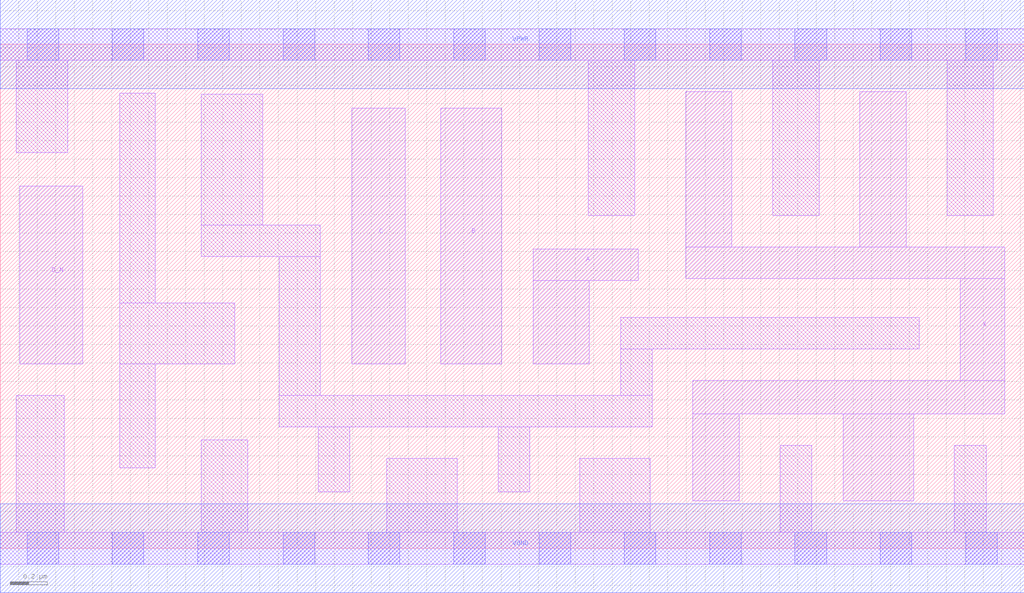
<source format=lef>
# Copyright 2020 The SkyWater PDK Authors
#
# Licensed under the Apache License, Version 2.0 (the "License");
# you may not use this file except in compliance with the License.
# You may obtain a copy of the License at
#
#     https://www.apache.org/licenses/LICENSE-2.0
#
# Unless required by applicable law or agreed to in writing, software
# distributed under the License is distributed on an "AS IS" BASIS,
# WITHOUT WARRANTIES OR CONDITIONS OF ANY KIND, either express or implied.
# See the License for the specific language governing permissions and
# limitations under the License.
#
# SPDX-License-Identifier: Apache-2.0

VERSION 5.7 ;
  NAMESCASESENSITIVE ON ;
  NOWIREEXTENSIONATPIN ON ;
  DIVIDERCHAR "/" ;
  BUSBITCHARS "[]" ;
UNITS
  DATABASE MICRONS 200 ;
END UNITS
PROPERTYDEFINITIONS
  MACRO maskLayoutSubType STRING ;
  MACRO prCellType STRING ;
  MACRO originalViewName STRING ;
END PROPERTYDEFINITIONS
MACRO sky130_fd_sc_hdll__or4b_4
  CLASS CORE ;
  FOREIGN sky130_fd_sc_hdll__or4b_4 ;
  ORIGIN  0.000000  0.000000 ;
  SIZE  5.520000 BY  2.720000 ;
  SYMMETRY X Y R90 ;
  SITE unithd ;
  PIN A
    ANTENNAGATEAREA  0.277500 ;
    DIRECTION INPUT ;
    USE SIGNAL ;
    PORT
      LAYER li1 ;
        RECT 2.875000 0.995000 3.175000 1.445000 ;
        RECT 2.875000 1.445000 3.440000 1.615000 ;
    END
  END A
  PIN B
    ANTENNAGATEAREA  0.277500 ;
    DIRECTION INPUT ;
    USE SIGNAL ;
    PORT
      LAYER li1 ;
        RECT 2.375000 0.995000 2.705000 2.375000 ;
    END
  END B
  PIN C
    ANTENNAGATEAREA  0.277500 ;
    DIRECTION INPUT ;
    USE SIGNAL ;
    PORT
      LAYER li1 ;
        RECT 1.895000 0.995000 2.185000 2.375000 ;
    END
  END C
  PIN D_N
    ANTENNAGATEAREA  0.138600 ;
    DIRECTION INPUT ;
    USE SIGNAL ;
    PORT
      LAYER li1 ;
        RECT 0.105000 0.995000 0.445000 1.955000 ;
    END
  END D_N
  PIN X
    ANTENNADIFFAREA  1.028500 ;
    DIRECTION OUTPUT ;
    USE SIGNAL ;
    PORT
      LAYER li1 ;
        RECT 3.695000 1.455000 5.415000 1.625000 ;
        RECT 3.695000 1.625000 3.945000 2.465000 ;
        RECT 3.735000 0.255000 3.985000 0.725000 ;
        RECT 3.735000 0.725000 5.415000 0.905000 ;
        RECT 4.545000 0.255000 4.925000 0.725000 ;
        RECT 4.635000 1.625000 4.885000 2.465000 ;
        RECT 5.175000 0.905000 5.415000 1.455000 ;
    END
  END X
  PIN VGND
    DIRECTION INOUT ;
    USE GROUND ;
    PORT
      LAYER met1 ;
        RECT 0.000000 -0.240000 5.520000 0.240000 ;
    END
  END VGND
  PIN VPWR
    DIRECTION INOUT ;
    USE POWER ;
    PORT
      LAYER met1 ;
        RECT 0.000000 2.480000 5.520000 2.960000 ;
    END
  END VPWR
  OBS
    LAYER li1 ;
      RECT 0.000000 -0.085000 5.520000 0.085000 ;
      RECT 0.000000  2.635000 5.520000 2.805000 ;
      RECT 0.085000  0.085000 0.345000 0.825000 ;
      RECT 0.085000  2.135000 0.365000 2.635000 ;
      RECT 0.645000  0.435000 0.835000 0.995000 ;
      RECT 0.645000  0.995000 1.265000 1.325000 ;
      RECT 0.645000  1.325000 0.835000 2.455000 ;
      RECT 1.085000  0.085000 1.335000 0.585000 ;
      RECT 1.085000  1.575000 1.725000 1.745000 ;
      RECT 1.085000  1.745000 1.415000 2.450000 ;
      RECT 1.505000  0.655000 3.515000 0.825000 ;
      RECT 1.505000  0.825000 1.725000 1.575000 ;
      RECT 1.715000  0.305000 1.885000 0.655000 ;
      RECT 2.085000  0.085000 2.465000 0.485000 ;
      RECT 2.685000  0.305000 2.855000 0.655000 ;
      RECT 3.125000  0.085000 3.505000 0.485000 ;
      RECT 3.170000  1.795000 3.420000 2.635000 ;
      RECT 3.345000  0.825000 3.515000 1.075000 ;
      RECT 3.345000  1.075000 4.955000 1.245000 ;
      RECT 4.165000  1.795000 4.415000 2.635000 ;
      RECT 4.205000  0.085000 4.375000 0.555000 ;
      RECT 5.105000  1.795000 5.355000 2.635000 ;
      RECT 5.145000  0.085000 5.315000 0.555000 ;
    LAYER mcon ;
      RECT 0.145000 -0.085000 0.315000 0.085000 ;
      RECT 0.145000  2.635000 0.315000 2.805000 ;
      RECT 0.605000 -0.085000 0.775000 0.085000 ;
      RECT 0.605000  2.635000 0.775000 2.805000 ;
      RECT 1.065000 -0.085000 1.235000 0.085000 ;
      RECT 1.065000  2.635000 1.235000 2.805000 ;
      RECT 1.525000 -0.085000 1.695000 0.085000 ;
      RECT 1.525000  2.635000 1.695000 2.805000 ;
      RECT 1.985000 -0.085000 2.155000 0.085000 ;
      RECT 1.985000  2.635000 2.155000 2.805000 ;
      RECT 2.445000 -0.085000 2.615000 0.085000 ;
      RECT 2.445000  2.635000 2.615000 2.805000 ;
      RECT 2.905000 -0.085000 3.075000 0.085000 ;
      RECT 2.905000  2.635000 3.075000 2.805000 ;
      RECT 3.365000 -0.085000 3.535000 0.085000 ;
      RECT 3.365000  2.635000 3.535000 2.805000 ;
      RECT 3.825000 -0.085000 3.995000 0.085000 ;
      RECT 3.825000  2.635000 3.995000 2.805000 ;
      RECT 4.285000 -0.085000 4.455000 0.085000 ;
      RECT 4.285000  2.635000 4.455000 2.805000 ;
      RECT 4.745000 -0.085000 4.915000 0.085000 ;
      RECT 4.745000  2.635000 4.915000 2.805000 ;
      RECT 5.205000 -0.085000 5.375000 0.085000 ;
      RECT 5.205000  2.635000 5.375000 2.805000 ;
  END
  PROPERTY maskLayoutSubType "abstract" ;
  PROPERTY prCellType "standard" ;
  PROPERTY originalViewName "layout" ;
END sky130_fd_sc_hdll__or4b_4
END LIBRARY

</source>
